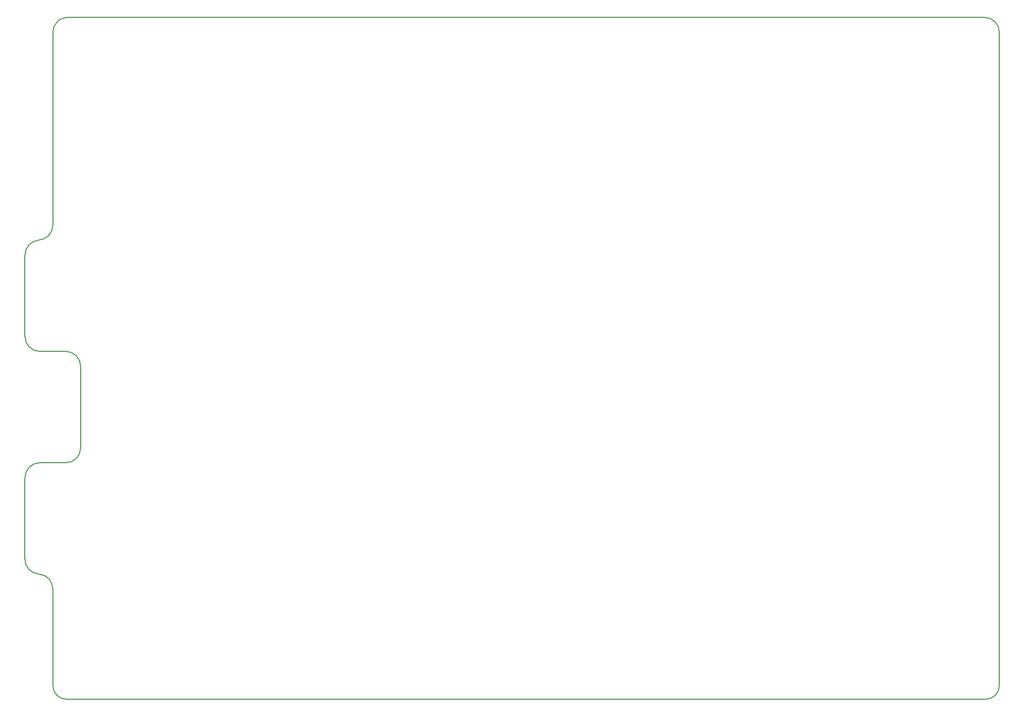
<source format=gbr>
G04 #@! TF.GenerationSoftware,KiCad,Pcbnew,(5.0.0)*
G04 #@! TF.CreationDate,2018-12-18T11:16:47+09:00*
G04 #@! TF.ProjectId,hecomi_R,6865636F6D695F522E6B696361645F70,rev?*
G04 #@! TF.SameCoordinates,Original*
G04 #@! TF.FileFunction,Profile,NP*
%FSLAX46Y46*%
G04 Gerber Fmt 4.6, Leading zero omitted, Abs format (unit mm)*
G04 Created by KiCad (PCBNEW (5.0.0)) date 12/18/18 11:16:47*
%MOMM*%
%LPD*%
G01*
G04 APERTURE LIST*
%ADD10C,0.200000*%
%ADD11C,0.150000*%
G04 APERTURE END LIST*
D10*
X40481250Y-107156250D02*
G75*
G02X38100000Y-104775000I0J2381250D01*
G01*
X200025000Y-104775000D02*
G75*
G02X197643750Y-107156250I-2381250J0D01*
G01*
D11*
X38100000Y6985000D02*
G75*
G02X40640000Y9525000I2540000J0D01*
G01*
X35700319Y-28581187D02*
G75*
G03X33337500Y-31115000I177181J-2533813D01*
G01*
X35737181Y-28568813D02*
G75*
G03X38100000Y-26035000I-177181J2533813D01*
G01*
X35877500Y-47625000D02*
G75*
G02X33337500Y-45085000I0J2540000D01*
G01*
X40322500Y-47625000D02*
G75*
G02X42862500Y-50165000I0J-2540000D01*
G01*
X42862500Y-64135000D02*
G75*
G02X40322500Y-66675000I-2540000J0D01*
G01*
X33337500Y-69215000D02*
G75*
G02X35877500Y-66675000I2540000J0D01*
G01*
X35700319Y-85718813D02*
G75*
G02X33337500Y-83185000I177181J2533813D01*
G01*
X35737181Y-85731187D02*
G75*
G02X38100000Y-88265000I-177181J-2533813D01*
G01*
X197485000Y9525000D02*
G75*
G02X200025000Y6985000I0J-2540000D01*
G01*
X38100000Y-26035000D02*
X38100000Y6985000D01*
D10*
X200025000Y-104775000D02*
X200025000Y6985000D01*
X40481250Y-107156250D02*
X197643750Y-107156250D01*
X38100000Y-88265000D02*
X38100000Y-104775000D01*
X33337500Y-69215000D02*
X33337500Y-83185000D01*
X40322500Y-66675000D02*
X35877500Y-66675000D01*
X42862500Y-50165000D02*
X42862500Y-64135000D01*
X35877500Y-47625000D02*
X40322500Y-47625000D01*
X33337500Y-31115000D02*
X33337500Y-45085000D01*
X197485000Y9525000D02*
X40640000Y9525000D01*
M02*

</source>
